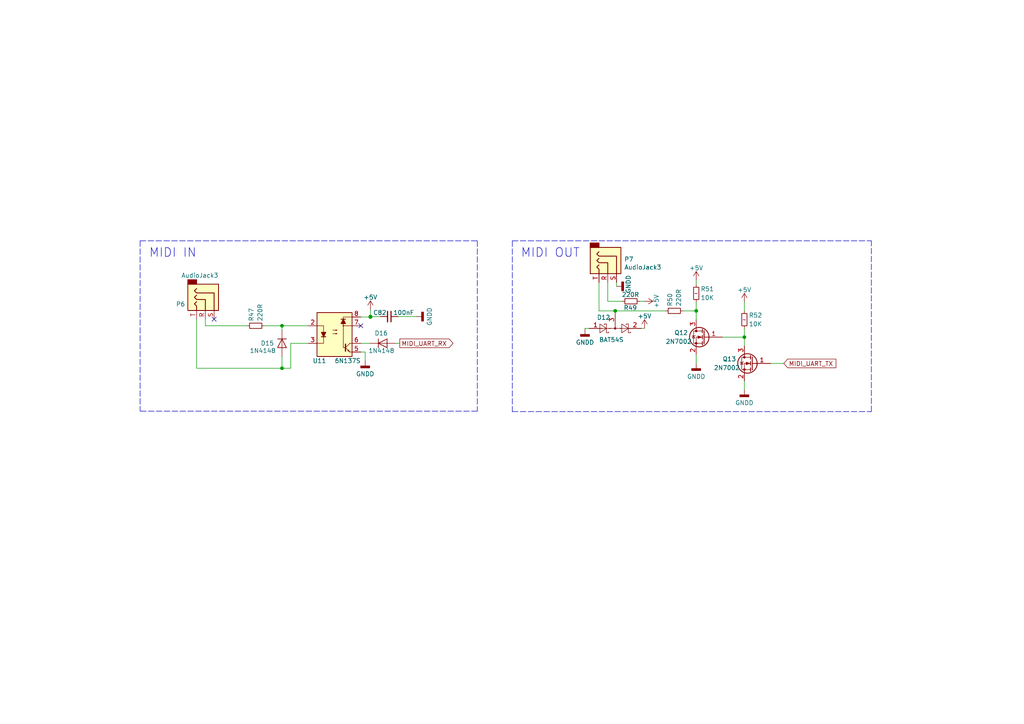
<source format=kicad_sch>
(kicad_sch (version 20211123) (generator eeschema)
  (paper "A4")
  (title_block (title "MOD Dwarf - Main Board") (date "2021-09-06") (rev "3.0") (company "MOD Devices GmbH") (comment 1 "Dwarf Audio processing board") (comment 2 "https://github.com/moddevices/hw-mod-dwarf") (comment 3 "Inp Power: 12V 500mA") (comment 4 "USB outp Power: 500mA"))
  (lib_symbols
    (symbol "bottom-board-rescue:+5V-power" (power) (pin_names (offset 0))
      (property "Value" "+5V-power" (at 0 3.556 0))
      (symbol "+5V-power_0_1"
        (polyline (pts (xy -0.762 1.27) (xy 0 2.54)))
        (polyline (pts (xy 0 0) (xy 0 2.54)))
        (polyline (pts (xy 0 2.54) (xy 0.762 1.27)))
      )
      (symbol "+5V-power_1_1"
        (pin power_in line (at 0 0 90) (length 0) hide (name "+5V") (number "1"))
      )
    )
    (symbol "bottom-board-rescue:1N4148-Diode" (pin_numbers hide) (pin_names (offset 1.016) hide)
      (property "Reference" "D" (at 0 2.54 0))
      (property "Value" "1N4148-Diode" (at 0 -2.54 0))
      (symbol "1N4148-Diode_0_1"
        (polyline (pts (xy -1.27 1.27) (xy -1.27 -1.27)) (stroke (width 0.2032)))
        (polyline (pts (xy 1.27 0) (xy -1.27 0)))
        (polyline (pts (xy 1.27 1.27) (xy 1.27 -1.27) (xy -1.27 0) (xy 1.27 1.27)) (stroke (width 0.2032)))
      )
      (symbol "1N4148-Diode_1_1"
        (pin passive line (at -3.81 0 0) (length 2.54) (name "K") (number "1"))
        (pin passive line (at 3.81 0 180) (length 2.54) (name "A") (number "2"))
      )
    )
    (symbol "bottom-board-rescue:6N136" (pin_names (offset 1.016))
      (property "Reference" "U" (at -5.08 7.62 0))
      (property "Value" "6N136" (at 0 7.62 0))
      (symbol "6N136_0_1"
        (rectangle (start -5.08 6.35) (end 5.08 -6.35) (stroke (width 0.254)) (fill (type background)))
        (polyline (pts (xy -3.81 -0.635) (xy -2.54 -0.635)) (stroke (width 0.254)))
        (polyline (pts (xy 1.905 4.445) (xy 3.175 4.445)) (stroke (width 0.254)))
        (polyline (pts (xy 3.175 -2.794) (xy 3.175 -4.826)) (stroke (width 0.3556)))
        (polyline (pts (xy 3.302 -3.937) (xy 4.445 -5.08)))
        (polyline (pts (xy 3.302 -3.683) (xy 4.445 -2.54)))
        (polyline (pts (xy 5.08 -5.08) (xy 4.445 -5.08)))
        (polyline (pts (xy 5.08 -2.54) (xy 4.445 -2.54)))
        (polyline (pts (xy 5.08 2.54) (xy 2.54 2.54)))
        (polyline (pts (xy -5.08 2.54) (xy -3.175 2.54) (xy -3.175 -2.54) (xy -5.08 -2.54)))
        (polyline (pts (xy -3.175 -0.635) (xy -3.81 0.635) (xy -2.54 0.635) (xy -3.175 -0.635)) (stroke (width 0.254)) (fill (type outline)))
        (polyline (pts (xy 2.54 4.445) (xy 1.905 3.175) (xy 3.175 3.175) (xy 2.54 4.445)) (stroke (width 0.254)) (fill (type outline)))
        (polyline (pts (xy 4.318 -4.953) (xy 4.064 -4.445) (xy 3.81 -4.699) (xy 4.318 -4.953)))
        (polyline (pts (xy 5.08 5.08) (xy 2.54 5.08) (xy 2.54 -3.81) (xy 3.175 -3.81)))
        (polyline (pts (xy -0.508 0.254) (xy 0.762 0.254) (xy 0.381 0.127) (xy 0.381 0.381) (xy 0.762 0.254)))
        (polyline (pts (xy -0.508 1.27) (xy 0.762 1.27) (xy 0.381 1.143) (xy 0.381 1.397) (xy 0.762 1.27)))
        (circle (center 2.54 2.54) (radius 0.127))
      )
      (symbol "6N136_1_1"
        (pin no_connect line (at -7.62 5.08 0) (length 2.54) hide (name "NC") (number "1"))
        (pin passive line (at -7.62 2.54 0) (length 2.54) (name "~") (number "2"))
        (pin passive line (at -7.62 -2.54 0) (length 2.54) (name "~") (number "3"))
        (pin no_connect line (at -7.62 -5.08 0) (length 2.54) hide (name "NC") (number "4"))
        (pin passive line (at 7.62 -5.08 180) (length 2.54) (name "~") (number "5"))
        (pin passive line (at 7.62 -2.54 180) (length 2.54) (name "~") (number "6"))
        (pin passive line (at 7.62 2.54 180) (length 2.54) (name "~") (number "7"))
        (pin passive line (at 7.62 5.08 180) (length 2.54) (name "~") (number "8"))
      )
    )
    (symbol "bottom-board-rescue:AudioJack3-Connector"
      (property "Reference" "J" (at 0 8.89 0))
      (property "Value" "AudioJack3-Connector" (at 0 6.35 0))
      (symbol "AudioJack3-Connector_0_1"
        (rectangle (start -5.08 -5.08) (end -6.35 -2.54) (stroke (width 0.254)) (fill (type outline)))
        (polyline (pts (xy 0 -2.54) (xy 0.635 -3.175) (xy 1.27 -2.54) (xy 2.54 -2.54)) (stroke (width 0.254)))
        (polyline (pts (xy -1.905 -2.54) (xy -1.27 -3.175) (xy -0.635 -2.54) (xy -0.635 0) (xy 2.54 0)) (stroke (width 0.254)))
        (polyline (pts (xy 2.54 2.54) (xy -2.54 2.54) (xy -2.54 -2.54) (xy -3.175 -3.175) (xy -3.81 -2.54)) (stroke (width 0.254)))
        (rectangle (start 2.54 3.81) (end -5.08 -5.08) (stroke (width 0.254)) (fill (type background)))
      )
      (symbol "AudioJack3-Connector_1_1"
        (pin passive line (at 5.08 0 180) (length 2.54) (name "~") (number "R"))
        (pin passive line (at 5.08 2.54 180) (length 2.54) (name "~") (number "S"))
        (pin passive line (at 5.08 -2.54 180) (length 2.54) (name "~") (number "T"))
      )
    )
    (symbol "bottom-board-rescue:BAT54S-Diode" (pin_names (offset 1.016))
      (property "Reference" "D" (at 0.635 -3.81 0))
      (property "Value" "BAT54S-Diode" (at -6.35 3.175 0))
      (symbol "BAT54S-Diode_0_1"
        (polyline (pts (xy -3.81 0) (xy -1.27 0)))
        (polyline (pts (xy -3.175 -1.27) (xy -3.175 -1.016)))
        (polyline (pts (xy -2.54 -1.27) (xy -3.175 -1.27)))
        (polyline (pts (xy -2.54 -1.27) (xy -2.54 1.27)))
        (polyline (pts (xy -2.54 1.27) (xy -1.905 1.27)))
        (polyline (pts (xy -1.905 0) (xy 1.905 0)))
        (polyline (pts (xy -1.905 1.27) (xy -1.905 1.016)))
        (polyline (pts (xy 1.27 0) (xy 3.81 0)))
        (polyline (pts (xy 3.175 -1.27) (xy 3.175 -1.016)))
        (polyline (pts (xy 3.81 -1.27) (xy 3.175 -1.27)))
        (polyline (pts (xy 3.81 -1.27) (xy 3.81 1.27)))
        (polyline (pts (xy 3.81 1.27) (xy 4.445 1.27)))
        (polyline (pts (xy 4.445 1.27) (xy 4.445 1.016)))
        (polyline (pts (xy -4.445 1.27) (xy -4.445 -1.27) (xy -2.54 0) (xy -4.445 1.27)))
        (polyline (pts (xy 1.905 1.27) (xy 1.905 -1.27) (xy 3.81 0) (xy 1.905 1.27)))
        (circle (center 0 0) (radius 0.254) (fill (type outline)))
      )
      (symbol "BAT54S-Diode_1_1"
        (pin passive line (at -7.62 0 0) (length 3.81) (name "~") (number "1"))
        (pin passive line (at 7.62 0 180) (length 3.81) (name "~") (number "2"))
        (pin passive line (at 0 -5.08 90) (length 5.08) (name "~") (number "3"))
      )
    )
    (symbol "bottom-board-rescue:C_Small" (pin_numbers hide) (pin_names (offset 0.254) hide)
      (property "Reference" "C" (at 0.254 1.778 0))
      (property "Value" "C_Small" (at 0.254 -2.032 0))
      (symbol "C_Small_0_1"
        (polyline (pts (xy -1.524 -0.508) (xy 1.524 -0.508)) (stroke (width 0.3302)))
        (polyline (pts (xy -1.524 0.508) (xy 1.524 0.508)) (stroke (width 0.3048)))
      )
      (symbol "C_Small_1_1"
        (pin passive line (at 0 2.54 270) (length 2.032) (name "~") (number "1"))
        (pin passive line (at 0 -2.54 90) (length 2.032) (name "~") (number "2"))
      )
    )
    (symbol "bottom-board-rescue:GNDD-power" (power) (pin_names (offset 0))
      (property "Value" "GNDD-power" (at 0 -3.175 0))
      (symbol "GNDD-power_0_1"
        (rectangle (start -1.27 -1.524) (end 1.27 -2.032) (stroke (width 0.254)) (fill (type outline)))
        (polyline (pts (xy 0 0) (xy 0 -1.524)))
      )
      (symbol "GNDD-power_1_1"
        (pin power_in line (at 0 0 270) (length 0) hide (name "GNDD") (number "1"))
      )
    )
    (symbol "bottom-board-rescue:Q_NMOS_GSD" (pin_names (offset 0) hide)
      (property "Reference" "Q" (at 5.08 1.27 0))
      (property "Value" "Q_NMOS_GSD" (at 5.08 -1.27 0))
      (symbol "Q_NMOS_GSD_0_1"
        (polyline (pts (xy 0.0508 0) (xy 0.254 0)))
        (polyline (pts (xy 0.762 -1.778) (xy 2.54 -1.778)))
        (polyline (pts (xy 0.762 -1.27) (xy 0.762 -2.286)) (stroke (width 0.254)))
        (polyline (pts (xy 0.762 0) (xy 2.54 0)))
        (polyline (pts (xy 0.762 0.508) (xy 0.762 -0.508)) (stroke (width 0.254)))
        (polyline (pts (xy 0.762 1.778) (xy 2.54 1.778)))
        (polyline (pts (xy 0.762 2.286) (xy 0.762 1.27)) (stroke (width 0.254)))
        (polyline (pts (xy 2.54 -1.778) (xy 2.54 -2.54)))
        (polyline (pts (xy 2.54 -1.778) (xy 2.54 0)))
        (polyline (pts (xy 2.54 2.54) (xy 2.54 1.778)))
        (polyline (pts (xy 0.254 1.905) (xy 0.254 -1.905) (xy 0.254 -1.905)) (stroke (width 0.254)))
        (polyline (pts (xy 1.016 0) (xy 2.032 0.381) (xy 2.032 -0.381) (xy 1.016 0)) (fill (type outline)))
        (polyline (pts (xy 2.54 -1.778) (xy 3.302 -1.778) (xy 3.302 1.778) (xy 2.54 1.778)))
        (polyline (pts (xy 2.794 0.508) (xy 2.921 0.381) (xy 3.683 0.381) (xy 3.81 0.254)))
        (polyline (pts (xy 3.302 0.381) (xy 2.921 -0.254) (xy 3.683 -0.254) (xy 3.302 0.381)))
        (circle (center 1.651 0) (radius 2.8194) (stroke (width 0.254)))
        (circle (center 2.54 -1.778) (radius 0.2794) (fill (type outline)))
        (circle (center 2.54 1.778) (radius 0.2794) (fill (type outline)))
      )
      (symbol "Q_NMOS_GSD_1_1"
        (pin input line (at -5.08 0 0) (length 5.08) (name "G") (number "1"))
        (pin passive line (at 2.54 -5.08 90) (length 2.54) (name "S") (number "2"))
        (pin passive line (at 2.54 5.08 270) (length 2.54) (name "D") (number "3"))
      )
    )
    (symbol "bottom-board-rescue:R_Small" (pin_numbers hide) (pin_names (offset 0.254) hide)
      (property "Reference" "R" (at 0.762 0.508 0))
      (property "Value" "R_Small" (at 0.762 -1.016 0))
      (symbol "R_Small_0_1"
        (rectangle (start -0.762 1.778) (end 0.762 -1.778) (stroke (width 0.2032)))
      )
      (symbol "R_Small_1_1"
        (pin passive line (at 0 2.54 270) (length 0.762) (name "~") (number "1"))
        (pin passive line (at 0 -2.54 90) (length 0.762) (name "~") (number "2"))
      )
    )
  )
  (junction (at 81.788 94.488))
  (junction (at 107.442 91.948))
  (junction (at 81.788 106.807))
  (junction (at 215.9 97.79))
  (junction (at 107.442 91.821))
  (junction (at 178.435 90.17))
  (junction (at 201.93 90.17))
  (no_connect (at 104.648 94.488))
  (no_connect (at 62.103 92.583))
  (wire (pts (xy 107.188 99.568) (xy 104.648 99.568)))
  (wire (pts (xy 215.9 95.25) (xy 215.9 97.79)))
  (wire (pts (xy 215.9 87.63) (xy 215.9 90.17)))
  (wire (pts (xy 201.93 90.17) (xy 201.93 92.71)))
  (wire (pts (xy 57.023 106.807) (xy 57.023 92.583)))
  (wire (pts (xy 215.9 97.79) (xy 215.9 100.33)))
  (wire (pts (xy 193.04 90.17) (xy 178.435 90.17)))
  (wire (pts (xy 173.736 90.17) (xy 178.435 90.17)))
  (wire (pts (xy 176.276 81.915) (xy 176.276 87.376)))
  (wire (pts (xy 84.328 106.807) (xy 81.788 106.807)))
  (wire (pts (xy 201.93 87.63) (xy 201.93 90.17)))
  (wire (pts (xy 176.276 87.376) (xy 180.467 87.376)))
  (polyline (pts (xy 138.43 119.253) (xy 40.64 119.253)))
  (wire (pts (xy 169.672 95.25) (xy 170.815 95.25)))
  (wire (pts (xy 186.055 95.25) (xy 186.944 95.25)))
  (wire (pts (xy 201.93 81.28) (xy 201.93 82.55)))
  (wire (pts (xy 115.443 91.821) (xy 120.777 91.821)))
  (wire (pts (xy 105.918 102.108) (xy 105.918 104.648)))
  (wire (pts (xy 201.93 102.87) (xy 201.93 105.41)))
  (wire (pts (xy 59.563 94.488) (xy 59.563 92.583)))
  (wire (pts (xy 84.328 99.568) (xy 84.328 106.807)))
  (wire (pts (xy 107.442 89.789) (xy 107.442 91.821)))
  (wire (pts (xy 223.52 105.41) (xy 227.33 105.41)))
  (wire (pts (xy 81.788 94.488) (xy 89.408 94.488)))
  (wire (pts (xy 81.788 106.807) (xy 57.023 106.807)))
  (wire (pts (xy 76.708 94.488) (xy 81.788 94.488)))
  (polyline (pts (xy 40.64 69.85) (xy 138.43 69.85)))
  (polyline (pts (xy 138.43 69.85) (xy 138.43 119.253)))
  (wire (pts (xy 81.788 95.758) (xy 81.788 94.488)))
  (wire (pts (xy 215.9 110.49) (xy 215.9 113.03)))
  (wire (pts (xy 178.816 83.058) (xy 178.816 81.915)))
  (wire (pts (xy 110.363 91.821) (xy 107.442 91.821)))
  (wire (pts (xy 198.12 90.17) (xy 201.93 90.17)))
  (wire (pts (xy 169.672 95.504) (xy 169.672 95.25)))
  (polyline (pts (xy 148.59 69.85) (xy 148.59 119.38)))
  (polyline (pts (xy 40.64 69.85) (xy 40.64 119.253)))
  (wire (pts (xy 104.648 91.948) (xy 107.442 91.948)))
  (polyline (pts (xy 148.59 69.85) (xy 252.73 69.85)))
  (wire (pts (xy 107.442 91.821) (xy 107.442 91.948)))
  (wire (pts (xy 115.951 99.568) (xy 114.808 99.568)))
  (wire (pts (xy 209.55 97.79) (xy 215.9 97.79)))
  (wire (pts (xy 173.736 81.915) (xy 173.736 90.17)))
  (polyline (pts (xy 252.73 119.38) (xy 252.73 69.85)))
  (polyline (pts (xy 148.59 119.38) (xy 252.73 119.38)))
  (wire (pts (xy 104.648 102.108) (xy 105.918 102.108)))
  (wire (pts (xy 81.788 103.378) (xy 81.788 106.807)))
  (wire (pts (xy 185.547 87.376) (xy 186.817 87.376)))
  (wire (pts (xy 71.628 94.488) (xy 59.563 94.488)))
  (wire (pts (xy 84.328 99.568) (xy 89.408 99.568)))
  (text "MIDI OUT" (at 151.003 74.93 0) (effects (font (size 2.54 2.54)) (justify left bottom)))
  (text "MIDI IN" (at 43.18 74.93 0) (effects (font (size 2.54 2.54)) (justify left bottom)))
  (global_label "MIDI_UART_RX" (shape output) (at 115.951 99.568 0) (property "Intersheet References" "${INTERSHEET_REFS}" (effects hide)))
  (global_label "MIDI_UART_TX" (shape input) (at 227.33 105.41 0) (property "Intersheet References" "${INTERSHEET_REFS}" (effects hide)))
  (symbol (lib_id "bottom-board-rescue:GNDD-power") (at 105.918 104.648 0) (unit 1)
    (property "Reference" "#PWR0184" (effects hide))
    (property "Value" "GNDD" (at 105.918 108.458 0))
  )
  (symbol (lib_id "bottom-board-rescue:GNDD-power") (at 178.816 83.058 90) (unit 1)
    (property "Reference" "#PWR0185" (effects hide))
    (property "Value" "GNDD" (at 182.245 82.423 0))
  )
  (symbol (lib_id "bottom-board-rescue:GNDD-power") (at 201.93 105.41 0) (unit 1)
    (property "Reference" "#PWR0186" (effects hide))
    (property "Value" "GNDD" (at 201.93 109.22 0))
  )
  (symbol (lib_id "bottom-board-rescue:GNDD-power") (at 215.9 113.03 0) (unit 1)
    (property "Reference" "#PWR0187" (effects hide))
    (property "Value" "GNDD" (at 215.9 116.84 0))
  )
  (symbol (lib_id "bottom-board-rescue:+5V-power") (at 107.442 89.789 0) (unit 1)
    (property "Reference" "#PWR0188" (effects hide))
    (property "Value" "+5V" (at 107.442 86.233 0))
  )
  (symbol (lib_id "bottom-board-rescue:+5V-power") (at 186.817 87.376 270) (unit 1)
    (property "Reference" "#PWR0189" (effects hide))
    (property "Value" "+5V" (at 190.373 87.376 0))
  )
  (symbol (lib_id "bottom-board-rescue:+5V-power") (at 201.93 81.28 0) (unit 1)
    (property "Reference" "#PWR0190" (effects hide))
    (property "Value" "+5V" (at 201.93 77.724 0))
  )
  (symbol (lib_id "bottom-board-rescue:+5V-power") (at 215.9 87.63 0) (unit 1)
    (property "Reference" "#PWR0191" (effects hide))
    (property "Value" "+5V" (at 215.9 84.074 0))
  )
  (symbol (lib_id "bottom-board-rescue:R_Small") (at 183.007 87.376 90) (unit 1)
    (property "Reference" "R49" (at 184.785 89.281 90) (effects (justify left)))
    (property "Value" "220R" (at 185.42 85.471 90) (effects (justify left)))
    (property "Footprint" "Resistor_SMD:R_0603_1608Metric" (effects hide))
    (property "MPN" "RC0603FR-07220RL" (effects hide))
  )
  (symbol (lib_id "bottom-board-rescue:R_Small") (at 195.58 90.17 90) (unit 1)
    (property "Reference" "R50" (at 194.31 88.9 0) (effects (justify left)))
    (property "Value" "220R" (at 196.85 88.9 0) (effects (justify left)))
    (property "Footprint" "Resistor_SMD:R_0603_1608Metric" (effects hide))
    (property "MPN" "RC0603FR-07220RL" (effects hide))
  )
  (symbol (lib_id "bottom-board-rescue:R_Small") (at 201.93 85.09 0) (unit 1)
    (property "Reference" "R51" (at 203.2 83.82 0) (effects (justify left)))
    (property "Value" "10K" (at 203.2 86.36 0) (effects (justify left)))
    (property "Footprint" "Resistor_SMD:R_0603_1608Metric" (effects hide))
    (property "Datasheet" "~" (at 201.93 85.09 0) (effects (font (size 1.524 1.524))))
    (property "MPN" "RR0816P-103-D" (effects hide))
  )
  (symbol (lib_id "bottom-board-rescue:R_Small") (at 215.9 92.71 0) (unit 1)
    (property "Reference" "R52" (at 217.17 91.44 0) (effects (justify left)))
    (property "Value" "10K" (at 217.17 93.98 0) (effects (justify left)))
    (property "Footprint" "Resistor_SMD:R_0603_1608Metric" (effects hide))
    (property "Datasheet" "~" (at 215.9 92.71 0) (effects (font (size 1.524 1.524))))
    (property "MPN" "RR0816P-103-D" (effects hide))
  )
  (symbol (lib_id "bottom-board-rescue:6N136") (at 97.028 97.028 0) (unit 1)
    (property "Reference" "U11" (at 90.678 104.648 0) (effects (justify left)))
    (property "Value" "6N137S" (at 97.028 104.648 0) (effects (justify left)))
    (property "Footprint" "Uno:6N137S" (effects hide))
    (property "MPN" "6N137S" (effects hide))
  )
  (symbol (lib_id "bottom-board-rescue:Q_NMOS_GSD") (at 204.47 97.79 0) (mirror y) (unit 1)
    (property "Reference" "Q12" (at 195.58 96.52 0) (effects (justify right)))
    (property "Value" "2N7002" (at 193.04 99.06 0) (effects (justify right)))
    (property "Footprint" "Package_TO_SOT_SMD:SOT-23" (effects hide))
    (property "MPN" "2N7002P,215" (effects hide))
  )
  (symbol (lib_id "bottom-board-rescue:Q_NMOS_GSD") (at 218.44 105.41 0) (mirror y) (unit 1)
    (property "Reference" "Q13" (at 209.55 104.14 0) (effects (justify right)))
    (property "Value" "2N7002" (at 207.01 106.68 0) (effects (justify right)))
    (property "Footprint" "Package_TO_SOT_SMD:SOT-23" (effects hide))
    (property "MPN" "2N7002P,215" (effects hide))
  )
  (symbol (lib_id "bottom-board-rescue:AudioJack3-Connector") (at 176.276 76.835 270) (unit 1)
    (property "Reference" "P7" (at 181.0512 75.2094 90) (effects (justify left)))
    (property "Value" "AudioJack3" (at 181.0512 77.5208 90) (effects (justify left)))
    (property "Footprint" "Connector_Audio:Jack_3.5mm_CUI_SJ-3523-SMT_Horizontal" (effects hide))
    (property "MPN" "SJ-3523-SMT-TR" (effects hide))
  )
  (symbol (lib_id "bottom-board-rescue:AudioJack3-Connector") (at 59.563 87.503 270) (unit 1)
    (property "Reference" "P6" (at 53.721 88.2142 90) (effects (justify right)))
    (property "Value" "AudioJack3" (at 63.373 79.883 90) (effects (justify right)))
    (property "Footprint" "Connector_Audio:Jack_3.5mm_CUI_SJ-3523-SMT_Horizontal" (effects hide))
    (property "MPN" "SJ-3523-SMT-TR" (effects hide))
  )
  (symbol (lib_id "bottom-board-rescue:1N4148-Diode") (at 81.788 99.568 270) (unit 1)
    (property "Reference" "D15" (at 79.502 99.568 90) (effects (justify right)))
    (property "Value" "1N4148" (at 80.01 101.727 90) (effects (justify right)))
    (property "Footprint" "Diode_SMD:D_SOD-323" (effects hide))
    (property "Datasheet" "https://assets.nexperia.com/documents/data-sheet/1N4148_1N4448.pdf" (effects hide))
    (property "MPN" "1N4148WS" (effects hide))
  )
  (symbol (lib_id "bottom-board-rescue:1N4148-Diode") (at 110.998 99.568 0) (unit 1)
    (property "Reference" "D16" (at 112.522 96.647 0) (effects (justify right)))
    (property "Value" "1N4148" (at 114.427 101.727 0) (effects (justify right)))
    (property "Footprint" "Diode_SMD:D_SOD-323" (effects hide))
    (property "Datasheet" "https://assets.nexperia.com/documents/data-sheet/1N4148_1N4448.pdf" (effects hide))
    (property "MPN" "1N4148WS" (effects hide))
  )
  (symbol (lib_id "bottom-board-rescue:R_Small") (at 74.168 94.488 90) (unit 1)
    (property "Reference" "R47" (at 72.898 93.218 0) (effects (justify left)))
    (property "Value" "220R" (at 75.438 93.218 0) (effects (justify left)))
    (property "Footprint" "Resistor_SMD:R_0603_1608Metric" (effects hide))
    (property "MPN" "RC0603FR-07220RL" (effects hide))
  )
  (symbol (lib_id "bottom-board-rescue:C_Small") (at 112.903 91.821 270) (unit 1)
    (property "Reference" "C82" (at 108.204 90.678 90) (effects (justify left)))
    (property "Value" "100nF" (at 114.046 90.678 90) (effects (justify left)))
    (property "Footprint" "Capacitor_SMD:C_0603_1608Metric" (effects hide))
    (property "MPN" "GCM188R71C104KA37D" (effects hide))
  )
  (symbol (lib_id "bottom-board-rescue:GNDD-power") (at 120.777 91.821 90) (unit 1)
    (property "Reference" "#PWR0264" (effects hide))
    (property "Value" "GNDD" (at 124.587 91.821 0))
  )
  (symbol (lib_id "bottom-board-rescue:BAT54S-Diode") (at 178.435 95.25 0) (mirror x) (unit 1)
    (property "Reference" "D12" (at 173.101 92.075 0) (effects (justify left)))
    (property "Value" "BAT54S" (at 173.736 98.552 0) (effects (justify left)))
    (property "Footprint" "Package_TO_SOT_SMD:SOT-23" (effects hide))
    (property "Datasheet" "https://www.diodes.com/assets/Datasheets/ds11005.pdf" (effects hide))
    (property "MPN" "BAT54SFILM" (effects hide))
  )
  (symbol (lib_id "bottom-board-rescue:+5V-power") (at 186.944 95.25 0) (unit 1)
    (property "Reference" "#PWR0265" (effects hide))
    (property "Value" "+5V" (at 186.944 91.694 0))
  )
  (symbol (lib_id "bottom-board-rescue:GNDD-power") (at 169.672 95.504 0) (unit 1)
    (property "Reference" "#PWR0266" (effects hide))
    (property "Value" "GNDD" (at 169.672 99.314 0))
  )
)
</source>
